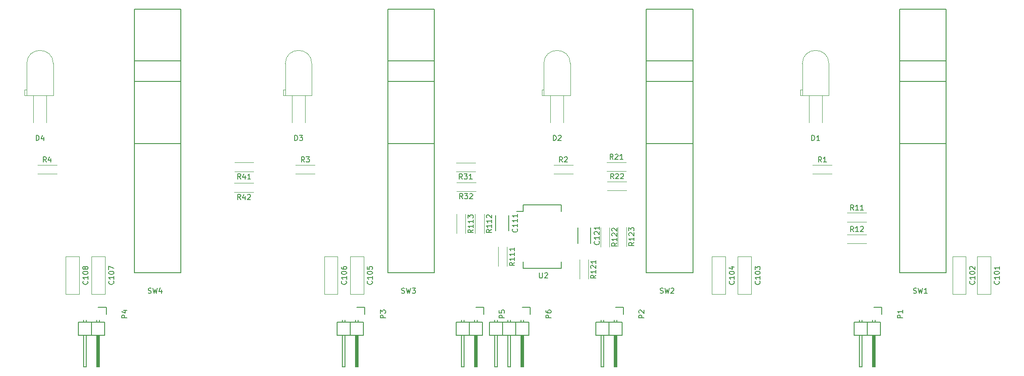
<source format=gbr>
G04 #@! TF.FileFunction,Legend,Top*
%FSLAX46Y46*%
G04 Gerber Fmt 4.6, Leading zero omitted, Abs format (unit mm)*
G04 Created by KiCad (PCBNEW 4.0.7) date Sunday 08 October 2017 21:21:43*
%MOMM*%
%LPD*%
G01*
G04 APERTURE LIST*
%ADD10C,0.100000*%
%ADD11C,0.150000*%
%ADD12C,0.120000*%
G04 APERTURE END LIST*
D10*
D11*
X196550000Y-88700000D02*
X195000000Y-88700000D01*
X196550000Y-90000000D02*
X196550000Y-88700000D01*
X195127000Y-94191000D02*
X195127000Y-100033000D01*
X195127000Y-100033000D02*
X194873000Y-100033000D01*
X194873000Y-100033000D02*
X194873000Y-94191000D01*
X194873000Y-94191000D02*
X195000000Y-94191000D01*
X195000000Y-94191000D02*
X195000000Y-100033000D01*
X195254000Y-91524000D02*
X195254000Y-91143000D01*
X194746000Y-91524000D02*
X194746000Y-91143000D01*
X192714000Y-91524000D02*
X192714000Y-91143000D01*
X192206000Y-91524000D02*
X192206000Y-91143000D01*
X196270000Y-91524000D02*
X196270000Y-94064000D01*
X193730000Y-91524000D02*
X193730000Y-94064000D01*
X193730000Y-91524000D02*
X191190000Y-91524000D01*
X191190000Y-91524000D02*
X191190000Y-94064000D01*
X192714000Y-94064000D02*
X192714000Y-100160000D01*
X192714000Y-100160000D02*
X192206000Y-100160000D01*
X192206000Y-100160000D02*
X192206000Y-94064000D01*
X191190000Y-94064000D02*
X193730000Y-94064000D01*
X193730000Y-94064000D02*
X196270000Y-94064000D01*
X194746000Y-100160000D02*
X194746000Y-94064000D01*
X195254000Y-100160000D02*
X194746000Y-100160000D01*
X195254000Y-94064000D02*
X195254000Y-100160000D01*
X193730000Y-91524000D02*
X193730000Y-94064000D01*
X196270000Y-91524000D02*
X193730000Y-91524000D01*
X146550000Y-88700000D02*
X145000000Y-88700000D01*
X146550000Y-90000000D02*
X146550000Y-88700000D01*
X145127000Y-94191000D02*
X145127000Y-100033000D01*
X145127000Y-100033000D02*
X144873000Y-100033000D01*
X144873000Y-100033000D02*
X144873000Y-94191000D01*
X144873000Y-94191000D02*
X145000000Y-94191000D01*
X145000000Y-94191000D02*
X145000000Y-100033000D01*
X145254000Y-91524000D02*
X145254000Y-91143000D01*
X144746000Y-91524000D02*
X144746000Y-91143000D01*
X142714000Y-91524000D02*
X142714000Y-91143000D01*
X142206000Y-91524000D02*
X142206000Y-91143000D01*
X146270000Y-91524000D02*
X146270000Y-94064000D01*
X143730000Y-91524000D02*
X143730000Y-94064000D01*
X143730000Y-91524000D02*
X141190000Y-91524000D01*
X141190000Y-91524000D02*
X141190000Y-94064000D01*
X142714000Y-94064000D02*
X142714000Y-100160000D01*
X142714000Y-100160000D02*
X142206000Y-100160000D01*
X142206000Y-100160000D02*
X142206000Y-94064000D01*
X141190000Y-94064000D02*
X143730000Y-94064000D01*
X143730000Y-94064000D02*
X146270000Y-94064000D01*
X144746000Y-100160000D02*
X144746000Y-94064000D01*
X145254000Y-100160000D02*
X144746000Y-100160000D01*
X145254000Y-94064000D02*
X145254000Y-100160000D01*
X143730000Y-91524000D02*
X143730000Y-94064000D01*
X146270000Y-91524000D02*
X143730000Y-91524000D01*
X96550000Y-88700000D02*
X95000000Y-88700000D01*
X96550000Y-90000000D02*
X96550000Y-88700000D01*
X95127000Y-94191000D02*
X95127000Y-100033000D01*
X95127000Y-100033000D02*
X94873000Y-100033000D01*
X94873000Y-100033000D02*
X94873000Y-94191000D01*
X94873000Y-94191000D02*
X95000000Y-94191000D01*
X95000000Y-94191000D02*
X95000000Y-100033000D01*
X95254000Y-91524000D02*
X95254000Y-91143000D01*
X94746000Y-91524000D02*
X94746000Y-91143000D01*
X92714000Y-91524000D02*
X92714000Y-91143000D01*
X92206000Y-91524000D02*
X92206000Y-91143000D01*
X96270000Y-91524000D02*
X96270000Y-94064000D01*
X93730000Y-91524000D02*
X93730000Y-94064000D01*
X93730000Y-91524000D02*
X91190000Y-91524000D01*
X91190000Y-91524000D02*
X91190000Y-94064000D01*
X92714000Y-94064000D02*
X92714000Y-100160000D01*
X92714000Y-100160000D02*
X92206000Y-100160000D01*
X92206000Y-100160000D02*
X92206000Y-94064000D01*
X91190000Y-94064000D02*
X93730000Y-94064000D01*
X93730000Y-94064000D02*
X96270000Y-94064000D01*
X94746000Y-100160000D02*
X94746000Y-94064000D01*
X95254000Y-100160000D02*
X94746000Y-100160000D01*
X95254000Y-94064000D02*
X95254000Y-100160000D01*
X93730000Y-91524000D02*
X93730000Y-94064000D01*
X96270000Y-91524000D02*
X93730000Y-91524000D01*
X46550000Y-88700000D02*
X45000000Y-88700000D01*
X46550000Y-90000000D02*
X46550000Y-88700000D01*
X45127000Y-94191000D02*
X45127000Y-100033000D01*
X45127000Y-100033000D02*
X44873000Y-100033000D01*
X44873000Y-100033000D02*
X44873000Y-94191000D01*
X44873000Y-94191000D02*
X45000000Y-94191000D01*
X45000000Y-94191000D02*
X45000000Y-100033000D01*
X45254000Y-91524000D02*
X45254000Y-91143000D01*
X44746000Y-91524000D02*
X44746000Y-91143000D01*
X42714000Y-91524000D02*
X42714000Y-91143000D01*
X42206000Y-91524000D02*
X42206000Y-91143000D01*
X46270000Y-91524000D02*
X46270000Y-94064000D01*
X43730000Y-91524000D02*
X43730000Y-94064000D01*
X43730000Y-91524000D02*
X41190000Y-91524000D01*
X41190000Y-91524000D02*
X41190000Y-94064000D01*
X42714000Y-94064000D02*
X42714000Y-100160000D01*
X42714000Y-100160000D02*
X42206000Y-100160000D01*
X42206000Y-100160000D02*
X42206000Y-94064000D01*
X41190000Y-94064000D02*
X43730000Y-94064000D01*
X43730000Y-94064000D02*
X46270000Y-94064000D01*
X44746000Y-100160000D02*
X44746000Y-94064000D01*
X45254000Y-100160000D02*
X44746000Y-100160000D01*
X45254000Y-94064000D02*
X45254000Y-100160000D01*
X43730000Y-91524000D02*
X43730000Y-94064000D01*
X46270000Y-91524000D02*
X43730000Y-91524000D01*
X119550000Y-88700000D02*
X118000000Y-88700000D01*
X119550000Y-90000000D02*
X119550000Y-88700000D01*
X118127000Y-94191000D02*
X118127000Y-100033000D01*
X118127000Y-100033000D02*
X117873000Y-100033000D01*
X117873000Y-100033000D02*
X117873000Y-94191000D01*
X117873000Y-94191000D02*
X118000000Y-94191000D01*
X118000000Y-94191000D02*
X118000000Y-100033000D01*
X118254000Y-91524000D02*
X118254000Y-91143000D01*
X117746000Y-91524000D02*
X117746000Y-91143000D01*
X115714000Y-91524000D02*
X115714000Y-91143000D01*
X115206000Y-91524000D02*
X115206000Y-91143000D01*
X119270000Y-91524000D02*
X119270000Y-94064000D01*
X116730000Y-91524000D02*
X116730000Y-94064000D01*
X116730000Y-91524000D02*
X114190000Y-91524000D01*
X114190000Y-91524000D02*
X114190000Y-94064000D01*
X115714000Y-94064000D02*
X115714000Y-100160000D01*
X115714000Y-100160000D02*
X115206000Y-100160000D01*
X115206000Y-100160000D02*
X115206000Y-94064000D01*
X114190000Y-94064000D02*
X116730000Y-94064000D01*
X116730000Y-94064000D02*
X119270000Y-94064000D01*
X117746000Y-100160000D02*
X117746000Y-94064000D01*
X118254000Y-100160000D02*
X117746000Y-100160000D01*
X118254000Y-94064000D02*
X118254000Y-100160000D01*
X116730000Y-91524000D02*
X116730000Y-94064000D01*
X119270000Y-91524000D02*
X116730000Y-91524000D01*
X128550000Y-88700000D02*
X127000000Y-88700000D01*
X128550000Y-90000000D02*
X128550000Y-88700000D01*
X127127000Y-94191000D02*
X127127000Y-100033000D01*
X127127000Y-100033000D02*
X126873000Y-100033000D01*
X126873000Y-100033000D02*
X126873000Y-94191000D01*
X126873000Y-94191000D02*
X127000000Y-94191000D01*
X127000000Y-94191000D02*
X127000000Y-100033000D01*
X127254000Y-91524000D02*
X127254000Y-91143000D01*
X126746000Y-91524000D02*
X126746000Y-91143000D01*
X124714000Y-91524000D02*
X124714000Y-91143000D01*
X124206000Y-91524000D02*
X124206000Y-91143000D01*
X122174000Y-91524000D02*
X122174000Y-91143000D01*
X121666000Y-91524000D02*
X121666000Y-91143000D01*
X125730000Y-94064000D02*
X128270000Y-94064000D01*
X126746000Y-100160000D02*
X126746000Y-94064000D01*
X127254000Y-100160000D02*
X126746000Y-100160000D01*
X127254000Y-94064000D02*
X127254000Y-100160000D01*
X125730000Y-91524000D02*
X125730000Y-94064000D01*
X128270000Y-91524000D02*
X125730000Y-91524000D01*
X128270000Y-91524000D02*
X128270000Y-94064000D01*
X123190000Y-91524000D02*
X123190000Y-94064000D01*
X123190000Y-91524000D02*
X120650000Y-91524000D01*
X122174000Y-94064000D02*
X122174000Y-100160000D01*
X122174000Y-100160000D02*
X121666000Y-100160000D01*
X121666000Y-100160000D02*
X121666000Y-94064000D01*
X120650000Y-94064000D02*
X123190000Y-94064000D01*
X123190000Y-94064000D02*
X125730000Y-94064000D01*
X124206000Y-100160000D02*
X124206000Y-94064000D01*
X124714000Y-100160000D02*
X124206000Y-100160000D01*
X124714000Y-94064000D02*
X124714000Y-100160000D01*
X123190000Y-91524000D02*
X123190000Y-94064000D01*
X125730000Y-91524000D02*
X123190000Y-91524000D01*
X125730000Y-91524000D02*
X125730000Y-94064000D01*
X120650000Y-91524000D02*
X120650000Y-94064000D01*
X124375000Y-70900000D02*
X124375000Y-73900000D01*
X121875000Y-73900000D02*
X121875000Y-70900000D01*
X140225000Y-73300000D02*
X140225000Y-76300000D01*
X137725000Y-76300000D02*
X137725000Y-73300000D01*
X127195000Y-68905000D02*
X127195000Y-70175000D01*
X134545000Y-68905000D02*
X134545000Y-70175000D01*
X134545000Y-81115000D02*
X134545000Y-79845000D01*
X127195000Y-81115000D02*
X127195000Y-79845000D01*
X127195000Y-68905000D02*
X134545000Y-68905000D01*
X127195000Y-81115000D02*
X134545000Y-81115000D01*
X127195000Y-70175000D02*
X125910000Y-70175000D01*
D12*
X181170000Y-41550000D02*
G75*
G02X186290000Y-41550000I2560000J0D01*
G01*
X186290000Y-47710000D02*
X186290000Y-41550000D01*
X181170000Y-47710000D02*
X181170000Y-41550000D01*
X186290000Y-47710000D02*
X181170000Y-47710000D01*
X180770000Y-47710000D02*
X180770000Y-46590000D01*
X180770000Y-46590000D02*
X181170000Y-46590000D01*
X181170000Y-46590000D02*
X181170000Y-47710000D01*
X181170000Y-47710000D02*
X180770000Y-47710000D01*
X185000000Y-52920000D02*
X185000000Y-47710000D01*
X185000000Y-47710000D02*
X185000000Y-47710000D01*
X185000000Y-47710000D02*
X185000000Y-52920000D01*
X185000000Y-52920000D02*
X185000000Y-52920000D01*
X182460000Y-52920000D02*
X182460000Y-47710000D01*
X182460000Y-47710000D02*
X182460000Y-47710000D01*
X182460000Y-47710000D02*
X182460000Y-52920000D01*
X182460000Y-52920000D02*
X182460000Y-52920000D01*
X131170000Y-41550000D02*
G75*
G02X136290000Y-41550000I2560000J0D01*
G01*
X136290000Y-47710000D02*
X136290000Y-41550000D01*
X131170000Y-47710000D02*
X131170000Y-41550000D01*
X136290000Y-47710000D02*
X131170000Y-47710000D01*
X130770000Y-47710000D02*
X130770000Y-46590000D01*
X130770000Y-46590000D02*
X131170000Y-46590000D01*
X131170000Y-46590000D02*
X131170000Y-47710000D01*
X131170000Y-47710000D02*
X130770000Y-47710000D01*
X135000000Y-52920000D02*
X135000000Y-47710000D01*
X135000000Y-47710000D02*
X135000000Y-47710000D01*
X135000000Y-47710000D02*
X135000000Y-52920000D01*
X135000000Y-52920000D02*
X135000000Y-52920000D01*
X132460000Y-52920000D02*
X132460000Y-47710000D01*
X132460000Y-47710000D02*
X132460000Y-47710000D01*
X132460000Y-47710000D02*
X132460000Y-52920000D01*
X132460000Y-52920000D02*
X132460000Y-52920000D01*
X81170000Y-41550000D02*
G75*
G02X86290000Y-41550000I2560000J0D01*
G01*
X86290000Y-47710000D02*
X86290000Y-41550000D01*
X81170000Y-47710000D02*
X81170000Y-41550000D01*
X86290000Y-47710000D02*
X81170000Y-47710000D01*
X80770000Y-47710000D02*
X80770000Y-46590000D01*
X80770000Y-46590000D02*
X81170000Y-46590000D01*
X81170000Y-46590000D02*
X81170000Y-47710000D01*
X81170000Y-47710000D02*
X80770000Y-47710000D01*
X85000000Y-52920000D02*
X85000000Y-47710000D01*
X85000000Y-47710000D02*
X85000000Y-47710000D01*
X85000000Y-47710000D02*
X85000000Y-52920000D01*
X85000000Y-52920000D02*
X85000000Y-52920000D01*
X82460000Y-52920000D02*
X82460000Y-47710000D01*
X82460000Y-47710000D02*
X82460000Y-47710000D01*
X82460000Y-47710000D02*
X82460000Y-52920000D01*
X82460000Y-52920000D02*
X82460000Y-52920000D01*
X31170000Y-41550000D02*
G75*
G02X36290000Y-41550000I2560000J0D01*
G01*
X36290000Y-47710000D02*
X36290000Y-41550000D01*
X31170000Y-47710000D02*
X31170000Y-41550000D01*
X36290000Y-47710000D02*
X31170000Y-47710000D01*
X30770000Y-47710000D02*
X30770000Y-46590000D01*
X30770000Y-46590000D02*
X31170000Y-46590000D01*
X31170000Y-46590000D02*
X31170000Y-47710000D01*
X31170000Y-47710000D02*
X30770000Y-47710000D01*
X35000000Y-52920000D02*
X35000000Y-47710000D01*
X35000000Y-47710000D02*
X35000000Y-47710000D01*
X35000000Y-47710000D02*
X35000000Y-52920000D01*
X35000000Y-52920000D02*
X35000000Y-52920000D01*
X32460000Y-52920000D02*
X32460000Y-47710000D01*
X32460000Y-47710000D02*
X32460000Y-47710000D01*
X32460000Y-47710000D02*
X32460000Y-52920000D01*
X32460000Y-52920000D02*
X32460000Y-52920000D01*
X217560000Y-78840000D02*
X217560000Y-86160000D01*
X214940000Y-78840000D02*
X214940000Y-86160000D01*
X217560000Y-78840000D02*
X214940000Y-78840000D01*
X217560000Y-86160000D02*
X214940000Y-86160000D01*
X212810000Y-78840000D02*
X212810000Y-86160000D01*
X210190000Y-78840000D02*
X210190000Y-86160000D01*
X212810000Y-78840000D02*
X210190000Y-78840000D01*
X212810000Y-86160000D02*
X210190000Y-86160000D01*
X171310000Y-78840000D02*
X171310000Y-86160000D01*
X168690000Y-78840000D02*
X168690000Y-86160000D01*
X171310000Y-78840000D02*
X168690000Y-78840000D01*
X171310000Y-86160000D02*
X168690000Y-86160000D01*
X166310000Y-78840000D02*
X166310000Y-86160000D01*
X163690000Y-78840000D02*
X163690000Y-86160000D01*
X166310000Y-78840000D02*
X163690000Y-78840000D01*
X166310000Y-86160000D02*
X163690000Y-86160000D01*
X96310000Y-78840000D02*
X96310000Y-86160000D01*
X93690000Y-78840000D02*
X93690000Y-86160000D01*
X96310000Y-78840000D02*
X93690000Y-78840000D01*
X96310000Y-86160000D02*
X93690000Y-86160000D01*
X91310000Y-78840000D02*
X91310000Y-86160000D01*
X88690000Y-78840000D02*
X88690000Y-86160000D01*
X91310000Y-78840000D02*
X88690000Y-78840000D01*
X91310000Y-86160000D02*
X88690000Y-86160000D01*
X46310000Y-78840000D02*
X46310000Y-86160000D01*
X43690000Y-78840000D02*
X43690000Y-86160000D01*
X46310000Y-78840000D02*
X43690000Y-78840000D01*
X46310000Y-86160000D02*
X43690000Y-86160000D01*
X41310000Y-78840000D02*
X41310000Y-86160000D01*
X38690000Y-78840000D02*
X38690000Y-86160000D01*
X41310000Y-78840000D02*
X38690000Y-78840000D01*
X41310000Y-86160000D02*
X38690000Y-86160000D01*
X183175000Y-61140000D02*
X186895000Y-61140000D01*
X183175000Y-62860000D02*
X186895000Y-62860000D01*
X133075000Y-61140000D02*
X136795000Y-61140000D01*
X133075000Y-62860000D02*
X136795000Y-62860000D01*
X83180000Y-61140000D02*
X86900000Y-61140000D01*
X83180000Y-62860000D02*
X86900000Y-62860000D01*
X33245000Y-61140000D02*
X36965000Y-61140000D01*
X33245000Y-62860000D02*
X36965000Y-62860000D01*
X189850000Y-70415000D02*
X193570000Y-70415000D01*
X189850000Y-72135000D02*
X193570000Y-72135000D01*
X189850000Y-74590000D02*
X193570000Y-74590000D01*
X189850000Y-76310000D02*
X193570000Y-76310000D01*
X143350000Y-60615000D02*
X147070000Y-60615000D01*
X143350000Y-62335000D02*
X147070000Y-62335000D01*
X143455000Y-64365000D02*
X147175000Y-64365000D01*
X143455000Y-66085000D02*
X147175000Y-66085000D01*
X117925000Y-62435000D02*
X114205000Y-62435000D01*
X117925000Y-60715000D02*
X114205000Y-60715000D01*
X118000000Y-66235000D02*
X114280000Y-66235000D01*
X118000000Y-64515000D02*
X114280000Y-64515000D01*
X75055000Y-62410000D02*
X71335000Y-62410000D01*
X75055000Y-60690000D02*
X71335000Y-60690000D01*
X75030000Y-66385000D02*
X71310000Y-66385000D01*
X75030000Y-64665000D02*
X71310000Y-64665000D01*
X124060000Y-77030000D02*
X124060000Y-80750000D01*
X122340000Y-77030000D02*
X122340000Y-80750000D01*
X119610000Y-70650000D02*
X119610000Y-74370000D01*
X117890000Y-70650000D02*
X117890000Y-74370000D01*
X116035000Y-70680000D02*
X116035000Y-74400000D01*
X114315000Y-70680000D02*
X114315000Y-74400000D01*
X139785000Y-79480000D02*
X139785000Y-83200000D01*
X138065000Y-79480000D02*
X138065000Y-83200000D01*
X143860000Y-73230000D02*
X143860000Y-76950000D01*
X142140000Y-73230000D02*
X142140000Y-76950000D01*
X147160000Y-73155000D02*
X147160000Y-76875000D01*
X145440000Y-73155000D02*
X145440000Y-76875000D01*
D11*
X200000000Y-41000000D02*
X209000000Y-41000000D01*
X209000000Y-45000000D02*
X200000000Y-45000000D01*
X200000000Y-33000000D02*
X200000000Y-31000000D01*
X200000000Y-31000000D02*
X209000000Y-31000000D01*
X209000000Y-31000000D02*
X209000000Y-34000000D01*
X209000000Y-33000000D02*
X209000000Y-35000000D01*
X200000000Y-33000000D02*
X200000000Y-52000000D01*
X209000000Y-33000000D02*
X209000000Y-52000000D01*
X209000000Y-52000000D02*
X209000000Y-33000000D01*
X200000000Y-51000000D02*
X200000000Y-60000000D01*
X209000000Y-82000000D02*
X209000000Y-51000000D01*
X200000000Y-57000000D02*
X209000000Y-57000000D01*
X209000000Y-82000000D02*
X200000000Y-82000000D01*
X200000000Y-82000000D02*
X200000000Y-58000000D01*
X151000000Y-41000000D02*
X160000000Y-41000000D01*
X160000000Y-45000000D02*
X151000000Y-45000000D01*
X151000000Y-33000000D02*
X151000000Y-31000000D01*
X151000000Y-31000000D02*
X160000000Y-31000000D01*
X160000000Y-31000000D02*
X160000000Y-34000000D01*
X160000000Y-33000000D02*
X160000000Y-35000000D01*
X151000000Y-33000000D02*
X151000000Y-52000000D01*
X160000000Y-33000000D02*
X160000000Y-52000000D01*
X160000000Y-52000000D02*
X160000000Y-33000000D01*
X151000000Y-51000000D02*
X151000000Y-60000000D01*
X160000000Y-82000000D02*
X160000000Y-51000000D01*
X151000000Y-57000000D02*
X160000000Y-57000000D01*
X160000000Y-82000000D02*
X151000000Y-82000000D01*
X151000000Y-82000000D02*
X151000000Y-58000000D01*
X101000000Y-41000000D02*
X110000000Y-41000000D01*
X110000000Y-45000000D02*
X101000000Y-45000000D01*
X101000000Y-33000000D02*
X101000000Y-31000000D01*
X101000000Y-31000000D02*
X110000000Y-31000000D01*
X110000000Y-31000000D02*
X110000000Y-34000000D01*
X110000000Y-33000000D02*
X110000000Y-35000000D01*
X101000000Y-33000000D02*
X101000000Y-52000000D01*
X110000000Y-33000000D02*
X110000000Y-52000000D01*
X110000000Y-52000000D02*
X110000000Y-33000000D01*
X101000000Y-51000000D02*
X101000000Y-60000000D01*
X110000000Y-82000000D02*
X110000000Y-51000000D01*
X101000000Y-57000000D02*
X110000000Y-57000000D01*
X110000000Y-82000000D02*
X101000000Y-82000000D01*
X101000000Y-82000000D02*
X101000000Y-58000000D01*
X52000000Y-41000000D02*
X61000000Y-41000000D01*
X61000000Y-45000000D02*
X52000000Y-45000000D01*
X52000000Y-33000000D02*
X52000000Y-31000000D01*
X52000000Y-31000000D02*
X61000000Y-31000000D01*
X61000000Y-31000000D02*
X61000000Y-34000000D01*
X61000000Y-33000000D02*
X61000000Y-35000000D01*
X52000000Y-33000000D02*
X52000000Y-52000000D01*
X61000000Y-33000000D02*
X61000000Y-52000000D01*
X61000000Y-52000000D02*
X61000000Y-33000000D01*
X52000000Y-51000000D02*
X52000000Y-60000000D01*
X61000000Y-82000000D02*
X61000000Y-51000000D01*
X52000000Y-57000000D02*
X61000000Y-57000000D01*
X61000000Y-82000000D02*
X52000000Y-82000000D01*
X52000000Y-82000000D02*
X52000000Y-58000000D01*
X200552381Y-90738095D02*
X199552381Y-90738095D01*
X199552381Y-90357142D01*
X199600000Y-90261904D01*
X199647619Y-90214285D01*
X199742857Y-90166666D01*
X199885714Y-90166666D01*
X199980952Y-90214285D01*
X200028571Y-90261904D01*
X200076190Y-90357142D01*
X200076190Y-90738095D01*
X200552381Y-89214285D02*
X200552381Y-89785714D01*
X200552381Y-89500000D02*
X199552381Y-89500000D01*
X199695238Y-89595238D01*
X199790476Y-89690476D01*
X199838095Y-89785714D01*
X150552381Y-90738095D02*
X149552381Y-90738095D01*
X149552381Y-90357142D01*
X149600000Y-90261904D01*
X149647619Y-90214285D01*
X149742857Y-90166666D01*
X149885714Y-90166666D01*
X149980952Y-90214285D01*
X150028571Y-90261904D01*
X150076190Y-90357142D01*
X150076190Y-90738095D01*
X149647619Y-89785714D02*
X149600000Y-89738095D01*
X149552381Y-89642857D01*
X149552381Y-89404761D01*
X149600000Y-89309523D01*
X149647619Y-89261904D01*
X149742857Y-89214285D01*
X149838095Y-89214285D01*
X149980952Y-89261904D01*
X150552381Y-89833333D01*
X150552381Y-89214285D01*
X100552381Y-90738095D02*
X99552381Y-90738095D01*
X99552381Y-90357142D01*
X99600000Y-90261904D01*
X99647619Y-90214285D01*
X99742857Y-90166666D01*
X99885714Y-90166666D01*
X99980952Y-90214285D01*
X100028571Y-90261904D01*
X100076190Y-90357142D01*
X100076190Y-90738095D01*
X99552381Y-89833333D02*
X99552381Y-89214285D01*
X99933333Y-89547619D01*
X99933333Y-89404761D01*
X99980952Y-89309523D01*
X100028571Y-89261904D01*
X100123810Y-89214285D01*
X100361905Y-89214285D01*
X100457143Y-89261904D01*
X100504762Y-89309523D01*
X100552381Y-89404761D01*
X100552381Y-89690476D01*
X100504762Y-89785714D01*
X100457143Y-89833333D01*
X50552381Y-90738095D02*
X49552381Y-90738095D01*
X49552381Y-90357142D01*
X49600000Y-90261904D01*
X49647619Y-90214285D01*
X49742857Y-90166666D01*
X49885714Y-90166666D01*
X49980952Y-90214285D01*
X50028571Y-90261904D01*
X50076190Y-90357142D01*
X50076190Y-90738095D01*
X49885714Y-89309523D02*
X50552381Y-89309523D01*
X49504762Y-89547619D02*
X50219048Y-89785714D01*
X50219048Y-89166666D01*
X123552381Y-90738095D02*
X122552381Y-90738095D01*
X122552381Y-90357142D01*
X122600000Y-90261904D01*
X122647619Y-90214285D01*
X122742857Y-90166666D01*
X122885714Y-90166666D01*
X122980952Y-90214285D01*
X123028571Y-90261904D01*
X123076190Y-90357142D01*
X123076190Y-90738095D01*
X122552381Y-89261904D02*
X122552381Y-89738095D01*
X123028571Y-89785714D01*
X122980952Y-89738095D01*
X122933333Y-89642857D01*
X122933333Y-89404761D01*
X122980952Y-89309523D01*
X123028571Y-89261904D01*
X123123810Y-89214285D01*
X123361905Y-89214285D01*
X123457143Y-89261904D01*
X123504762Y-89309523D01*
X123552381Y-89404761D01*
X123552381Y-89642857D01*
X123504762Y-89738095D01*
X123457143Y-89785714D01*
X132552381Y-90738095D02*
X131552381Y-90738095D01*
X131552381Y-90357142D01*
X131600000Y-90261904D01*
X131647619Y-90214285D01*
X131742857Y-90166666D01*
X131885714Y-90166666D01*
X131980952Y-90214285D01*
X132028571Y-90261904D01*
X132076190Y-90357142D01*
X132076190Y-90738095D01*
X131552381Y-89309523D02*
X131552381Y-89500000D01*
X131600000Y-89595238D01*
X131647619Y-89642857D01*
X131790476Y-89738095D01*
X131980952Y-89785714D01*
X132361905Y-89785714D01*
X132457143Y-89738095D01*
X132504762Y-89690476D01*
X132552381Y-89595238D01*
X132552381Y-89404761D01*
X132504762Y-89309523D01*
X132457143Y-89261904D01*
X132361905Y-89214285D01*
X132123810Y-89214285D01*
X132028571Y-89261904D01*
X131980952Y-89309523D01*
X131933333Y-89404761D01*
X131933333Y-89595238D01*
X131980952Y-89690476D01*
X132028571Y-89738095D01*
X132123810Y-89785714D01*
X125982143Y-73519047D02*
X126029762Y-73566666D01*
X126077381Y-73709523D01*
X126077381Y-73804761D01*
X126029762Y-73947619D01*
X125934524Y-74042857D01*
X125839286Y-74090476D01*
X125648810Y-74138095D01*
X125505952Y-74138095D01*
X125315476Y-74090476D01*
X125220238Y-74042857D01*
X125125000Y-73947619D01*
X125077381Y-73804761D01*
X125077381Y-73709523D01*
X125125000Y-73566666D01*
X125172619Y-73519047D01*
X126077381Y-72566666D02*
X126077381Y-73138095D01*
X126077381Y-72852381D02*
X125077381Y-72852381D01*
X125220238Y-72947619D01*
X125315476Y-73042857D01*
X125363095Y-73138095D01*
X126077381Y-71614285D02*
X126077381Y-72185714D01*
X126077381Y-71900000D02*
X125077381Y-71900000D01*
X125220238Y-71995238D01*
X125315476Y-72090476D01*
X125363095Y-72185714D01*
X126077381Y-70661904D02*
X126077381Y-71233333D01*
X126077381Y-70947619D02*
X125077381Y-70947619D01*
X125220238Y-71042857D01*
X125315476Y-71138095D01*
X125363095Y-71233333D01*
X141832143Y-75919047D02*
X141879762Y-75966666D01*
X141927381Y-76109523D01*
X141927381Y-76204761D01*
X141879762Y-76347619D01*
X141784524Y-76442857D01*
X141689286Y-76490476D01*
X141498810Y-76538095D01*
X141355952Y-76538095D01*
X141165476Y-76490476D01*
X141070238Y-76442857D01*
X140975000Y-76347619D01*
X140927381Y-76204761D01*
X140927381Y-76109523D01*
X140975000Y-75966666D01*
X141022619Y-75919047D01*
X141927381Y-74966666D02*
X141927381Y-75538095D01*
X141927381Y-75252381D02*
X140927381Y-75252381D01*
X141070238Y-75347619D01*
X141165476Y-75442857D01*
X141213095Y-75538095D01*
X141022619Y-74585714D02*
X140975000Y-74538095D01*
X140927381Y-74442857D01*
X140927381Y-74204761D01*
X140975000Y-74109523D01*
X141022619Y-74061904D01*
X141117857Y-74014285D01*
X141213095Y-74014285D01*
X141355952Y-74061904D01*
X141927381Y-74633333D01*
X141927381Y-74014285D01*
X141927381Y-73061904D02*
X141927381Y-73633333D01*
X141927381Y-73347619D02*
X140927381Y-73347619D01*
X141070238Y-73442857D01*
X141165476Y-73538095D01*
X141213095Y-73633333D01*
X130328095Y-82012381D02*
X130328095Y-82821905D01*
X130375714Y-82917143D01*
X130423333Y-82964762D01*
X130518571Y-83012381D01*
X130709048Y-83012381D01*
X130804286Y-82964762D01*
X130851905Y-82917143D01*
X130899524Y-82821905D01*
X130899524Y-82012381D01*
X131328095Y-82107619D02*
X131375714Y-82060000D01*
X131470952Y-82012381D01*
X131709048Y-82012381D01*
X131804286Y-82060000D01*
X131851905Y-82107619D01*
X131899524Y-82202857D01*
X131899524Y-82298095D01*
X131851905Y-82440952D01*
X131280476Y-83012381D01*
X131899524Y-83012381D01*
X182991905Y-56412381D02*
X182991905Y-55412381D01*
X183230000Y-55412381D01*
X183372858Y-55460000D01*
X183468096Y-55555238D01*
X183515715Y-55650476D01*
X183563334Y-55840952D01*
X183563334Y-55983810D01*
X183515715Y-56174286D01*
X183468096Y-56269524D01*
X183372858Y-56364762D01*
X183230000Y-56412381D01*
X182991905Y-56412381D01*
X184515715Y-56412381D02*
X183944286Y-56412381D01*
X184230000Y-56412381D02*
X184230000Y-55412381D01*
X184134762Y-55555238D01*
X184039524Y-55650476D01*
X183944286Y-55698095D01*
X132991905Y-56412381D02*
X132991905Y-55412381D01*
X133230000Y-55412381D01*
X133372858Y-55460000D01*
X133468096Y-55555238D01*
X133515715Y-55650476D01*
X133563334Y-55840952D01*
X133563334Y-55983810D01*
X133515715Y-56174286D01*
X133468096Y-56269524D01*
X133372858Y-56364762D01*
X133230000Y-56412381D01*
X132991905Y-56412381D01*
X133944286Y-55507619D02*
X133991905Y-55460000D01*
X134087143Y-55412381D01*
X134325239Y-55412381D01*
X134420477Y-55460000D01*
X134468096Y-55507619D01*
X134515715Y-55602857D01*
X134515715Y-55698095D01*
X134468096Y-55840952D01*
X133896667Y-56412381D01*
X134515715Y-56412381D01*
X82991905Y-56412381D02*
X82991905Y-55412381D01*
X83230000Y-55412381D01*
X83372858Y-55460000D01*
X83468096Y-55555238D01*
X83515715Y-55650476D01*
X83563334Y-55840952D01*
X83563334Y-55983810D01*
X83515715Y-56174286D01*
X83468096Y-56269524D01*
X83372858Y-56364762D01*
X83230000Y-56412381D01*
X82991905Y-56412381D01*
X83896667Y-55412381D02*
X84515715Y-55412381D01*
X84182381Y-55793333D01*
X84325239Y-55793333D01*
X84420477Y-55840952D01*
X84468096Y-55888571D01*
X84515715Y-55983810D01*
X84515715Y-56221905D01*
X84468096Y-56317143D01*
X84420477Y-56364762D01*
X84325239Y-56412381D01*
X84039524Y-56412381D01*
X83944286Y-56364762D01*
X83896667Y-56317143D01*
X32991905Y-56412381D02*
X32991905Y-55412381D01*
X33230000Y-55412381D01*
X33372858Y-55460000D01*
X33468096Y-55555238D01*
X33515715Y-55650476D01*
X33563334Y-55840952D01*
X33563334Y-55983810D01*
X33515715Y-56174286D01*
X33468096Y-56269524D01*
X33372858Y-56364762D01*
X33230000Y-56412381D01*
X32991905Y-56412381D01*
X34420477Y-55745714D02*
X34420477Y-56412381D01*
X34182381Y-55364762D02*
X33944286Y-56079048D01*
X34563334Y-56079048D01*
X219167143Y-83619047D02*
X219214762Y-83666666D01*
X219262381Y-83809523D01*
X219262381Y-83904761D01*
X219214762Y-84047619D01*
X219119524Y-84142857D01*
X219024286Y-84190476D01*
X218833810Y-84238095D01*
X218690952Y-84238095D01*
X218500476Y-84190476D01*
X218405238Y-84142857D01*
X218310000Y-84047619D01*
X218262381Y-83904761D01*
X218262381Y-83809523D01*
X218310000Y-83666666D01*
X218357619Y-83619047D01*
X219262381Y-82666666D02*
X219262381Y-83238095D01*
X219262381Y-82952381D02*
X218262381Y-82952381D01*
X218405238Y-83047619D01*
X218500476Y-83142857D01*
X218548095Y-83238095D01*
X218262381Y-82047619D02*
X218262381Y-81952380D01*
X218310000Y-81857142D01*
X218357619Y-81809523D01*
X218452857Y-81761904D01*
X218643333Y-81714285D01*
X218881429Y-81714285D01*
X219071905Y-81761904D01*
X219167143Y-81809523D01*
X219214762Y-81857142D01*
X219262381Y-81952380D01*
X219262381Y-82047619D01*
X219214762Y-82142857D01*
X219167143Y-82190476D01*
X219071905Y-82238095D01*
X218881429Y-82285714D01*
X218643333Y-82285714D01*
X218452857Y-82238095D01*
X218357619Y-82190476D01*
X218310000Y-82142857D01*
X218262381Y-82047619D01*
X219262381Y-80761904D02*
X219262381Y-81333333D01*
X219262381Y-81047619D02*
X218262381Y-81047619D01*
X218405238Y-81142857D01*
X218500476Y-81238095D01*
X218548095Y-81333333D01*
X214417143Y-83619047D02*
X214464762Y-83666666D01*
X214512381Y-83809523D01*
X214512381Y-83904761D01*
X214464762Y-84047619D01*
X214369524Y-84142857D01*
X214274286Y-84190476D01*
X214083810Y-84238095D01*
X213940952Y-84238095D01*
X213750476Y-84190476D01*
X213655238Y-84142857D01*
X213560000Y-84047619D01*
X213512381Y-83904761D01*
X213512381Y-83809523D01*
X213560000Y-83666666D01*
X213607619Y-83619047D01*
X214512381Y-82666666D02*
X214512381Y-83238095D01*
X214512381Y-82952381D02*
X213512381Y-82952381D01*
X213655238Y-83047619D01*
X213750476Y-83142857D01*
X213798095Y-83238095D01*
X213512381Y-82047619D02*
X213512381Y-81952380D01*
X213560000Y-81857142D01*
X213607619Y-81809523D01*
X213702857Y-81761904D01*
X213893333Y-81714285D01*
X214131429Y-81714285D01*
X214321905Y-81761904D01*
X214417143Y-81809523D01*
X214464762Y-81857142D01*
X214512381Y-81952380D01*
X214512381Y-82047619D01*
X214464762Y-82142857D01*
X214417143Y-82190476D01*
X214321905Y-82238095D01*
X214131429Y-82285714D01*
X213893333Y-82285714D01*
X213702857Y-82238095D01*
X213607619Y-82190476D01*
X213560000Y-82142857D01*
X213512381Y-82047619D01*
X213607619Y-81333333D02*
X213560000Y-81285714D01*
X213512381Y-81190476D01*
X213512381Y-80952380D01*
X213560000Y-80857142D01*
X213607619Y-80809523D01*
X213702857Y-80761904D01*
X213798095Y-80761904D01*
X213940952Y-80809523D01*
X214512381Y-81380952D01*
X214512381Y-80761904D01*
X172917143Y-83619047D02*
X172964762Y-83666666D01*
X173012381Y-83809523D01*
X173012381Y-83904761D01*
X172964762Y-84047619D01*
X172869524Y-84142857D01*
X172774286Y-84190476D01*
X172583810Y-84238095D01*
X172440952Y-84238095D01*
X172250476Y-84190476D01*
X172155238Y-84142857D01*
X172060000Y-84047619D01*
X172012381Y-83904761D01*
X172012381Y-83809523D01*
X172060000Y-83666666D01*
X172107619Y-83619047D01*
X173012381Y-82666666D02*
X173012381Y-83238095D01*
X173012381Y-82952381D02*
X172012381Y-82952381D01*
X172155238Y-83047619D01*
X172250476Y-83142857D01*
X172298095Y-83238095D01*
X172012381Y-82047619D02*
X172012381Y-81952380D01*
X172060000Y-81857142D01*
X172107619Y-81809523D01*
X172202857Y-81761904D01*
X172393333Y-81714285D01*
X172631429Y-81714285D01*
X172821905Y-81761904D01*
X172917143Y-81809523D01*
X172964762Y-81857142D01*
X173012381Y-81952380D01*
X173012381Y-82047619D01*
X172964762Y-82142857D01*
X172917143Y-82190476D01*
X172821905Y-82238095D01*
X172631429Y-82285714D01*
X172393333Y-82285714D01*
X172202857Y-82238095D01*
X172107619Y-82190476D01*
X172060000Y-82142857D01*
X172012381Y-82047619D01*
X172012381Y-81380952D02*
X172012381Y-80761904D01*
X172393333Y-81095238D01*
X172393333Y-80952380D01*
X172440952Y-80857142D01*
X172488571Y-80809523D01*
X172583810Y-80761904D01*
X172821905Y-80761904D01*
X172917143Y-80809523D01*
X172964762Y-80857142D01*
X173012381Y-80952380D01*
X173012381Y-81238095D01*
X172964762Y-81333333D01*
X172917143Y-81380952D01*
X167917143Y-83619047D02*
X167964762Y-83666666D01*
X168012381Y-83809523D01*
X168012381Y-83904761D01*
X167964762Y-84047619D01*
X167869524Y-84142857D01*
X167774286Y-84190476D01*
X167583810Y-84238095D01*
X167440952Y-84238095D01*
X167250476Y-84190476D01*
X167155238Y-84142857D01*
X167060000Y-84047619D01*
X167012381Y-83904761D01*
X167012381Y-83809523D01*
X167060000Y-83666666D01*
X167107619Y-83619047D01*
X168012381Y-82666666D02*
X168012381Y-83238095D01*
X168012381Y-82952381D02*
X167012381Y-82952381D01*
X167155238Y-83047619D01*
X167250476Y-83142857D01*
X167298095Y-83238095D01*
X167012381Y-82047619D02*
X167012381Y-81952380D01*
X167060000Y-81857142D01*
X167107619Y-81809523D01*
X167202857Y-81761904D01*
X167393333Y-81714285D01*
X167631429Y-81714285D01*
X167821905Y-81761904D01*
X167917143Y-81809523D01*
X167964762Y-81857142D01*
X168012381Y-81952380D01*
X168012381Y-82047619D01*
X167964762Y-82142857D01*
X167917143Y-82190476D01*
X167821905Y-82238095D01*
X167631429Y-82285714D01*
X167393333Y-82285714D01*
X167202857Y-82238095D01*
X167107619Y-82190476D01*
X167060000Y-82142857D01*
X167012381Y-82047619D01*
X167345714Y-80857142D02*
X168012381Y-80857142D01*
X166964762Y-81095238D02*
X167679048Y-81333333D01*
X167679048Y-80714285D01*
X97917143Y-83619047D02*
X97964762Y-83666666D01*
X98012381Y-83809523D01*
X98012381Y-83904761D01*
X97964762Y-84047619D01*
X97869524Y-84142857D01*
X97774286Y-84190476D01*
X97583810Y-84238095D01*
X97440952Y-84238095D01*
X97250476Y-84190476D01*
X97155238Y-84142857D01*
X97060000Y-84047619D01*
X97012381Y-83904761D01*
X97012381Y-83809523D01*
X97060000Y-83666666D01*
X97107619Y-83619047D01*
X98012381Y-82666666D02*
X98012381Y-83238095D01*
X98012381Y-82952381D02*
X97012381Y-82952381D01*
X97155238Y-83047619D01*
X97250476Y-83142857D01*
X97298095Y-83238095D01*
X97012381Y-82047619D02*
X97012381Y-81952380D01*
X97060000Y-81857142D01*
X97107619Y-81809523D01*
X97202857Y-81761904D01*
X97393333Y-81714285D01*
X97631429Y-81714285D01*
X97821905Y-81761904D01*
X97917143Y-81809523D01*
X97964762Y-81857142D01*
X98012381Y-81952380D01*
X98012381Y-82047619D01*
X97964762Y-82142857D01*
X97917143Y-82190476D01*
X97821905Y-82238095D01*
X97631429Y-82285714D01*
X97393333Y-82285714D01*
X97202857Y-82238095D01*
X97107619Y-82190476D01*
X97060000Y-82142857D01*
X97012381Y-82047619D01*
X97012381Y-80809523D02*
X97012381Y-81285714D01*
X97488571Y-81333333D01*
X97440952Y-81285714D01*
X97393333Y-81190476D01*
X97393333Y-80952380D01*
X97440952Y-80857142D01*
X97488571Y-80809523D01*
X97583810Y-80761904D01*
X97821905Y-80761904D01*
X97917143Y-80809523D01*
X97964762Y-80857142D01*
X98012381Y-80952380D01*
X98012381Y-81190476D01*
X97964762Y-81285714D01*
X97917143Y-81333333D01*
X92917143Y-83619047D02*
X92964762Y-83666666D01*
X93012381Y-83809523D01*
X93012381Y-83904761D01*
X92964762Y-84047619D01*
X92869524Y-84142857D01*
X92774286Y-84190476D01*
X92583810Y-84238095D01*
X92440952Y-84238095D01*
X92250476Y-84190476D01*
X92155238Y-84142857D01*
X92060000Y-84047619D01*
X92012381Y-83904761D01*
X92012381Y-83809523D01*
X92060000Y-83666666D01*
X92107619Y-83619047D01*
X93012381Y-82666666D02*
X93012381Y-83238095D01*
X93012381Y-82952381D02*
X92012381Y-82952381D01*
X92155238Y-83047619D01*
X92250476Y-83142857D01*
X92298095Y-83238095D01*
X92012381Y-82047619D02*
X92012381Y-81952380D01*
X92060000Y-81857142D01*
X92107619Y-81809523D01*
X92202857Y-81761904D01*
X92393333Y-81714285D01*
X92631429Y-81714285D01*
X92821905Y-81761904D01*
X92917143Y-81809523D01*
X92964762Y-81857142D01*
X93012381Y-81952380D01*
X93012381Y-82047619D01*
X92964762Y-82142857D01*
X92917143Y-82190476D01*
X92821905Y-82238095D01*
X92631429Y-82285714D01*
X92393333Y-82285714D01*
X92202857Y-82238095D01*
X92107619Y-82190476D01*
X92060000Y-82142857D01*
X92012381Y-82047619D01*
X92012381Y-80857142D02*
X92012381Y-81047619D01*
X92060000Y-81142857D01*
X92107619Y-81190476D01*
X92250476Y-81285714D01*
X92440952Y-81333333D01*
X92821905Y-81333333D01*
X92917143Y-81285714D01*
X92964762Y-81238095D01*
X93012381Y-81142857D01*
X93012381Y-80952380D01*
X92964762Y-80857142D01*
X92917143Y-80809523D01*
X92821905Y-80761904D01*
X92583810Y-80761904D01*
X92488571Y-80809523D01*
X92440952Y-80857142D01*
X92393333Y-80952380D01*
X92393333Y-81142857D01*
X92440952Y-81238095D01*
X92488571Y-81285714D01*
X92583810Y-81333333D01*
X47917143Y-83619047D02*
X47964762Y-83666666D01*
X48012381Y-83809523D01*
X48012381Y-83904761D01*
X47964762Y-84047619D01*
X47869524Y-84142857D01*
X47774286Y-84190476D01*
X47583810Y-84238095D01*
X47440952Y-84238095D01*
X47250476Y-84190476D01*
X47155238Y-84142857D01*
X47060000Y-84047619D01*
X47012381Y-83904761D01*
X47012381Y-83809523D01*
X47060000Y-83666666D01*
X47107619Y-83619047D01*
X48012381Y-82666666D02*
X48012381Y-83238095D01*
X48012381Y-82952381D02*
X47012381Y-82952381D01*
X47155238Y-83047619D01*
X47250476Y-83142857D01*
X47298095Y-83238095D01*
X47012381Y-82047619D02*
X47012381Y-81952380D01*
X47060000Y-81857142D01*
X47107619Y-81809523D01*
X47202857Y-81761904D01*
X47393333Y-81714285D01*
X47631429Y-81714285D01*
X47821905Y-81761904D01*
X47917143Y-81809523D01*
X47964762Y-81857142D01*
X48012381Y-81952380D01*
X48012381Y-82047619D01*
X47964762Y-82142857D01*
X47917143Y-82190476D01*
X47821905Y-82238095D01*
X47631429Y-82285714D01*
X47393333Y-82285714D01*
X47202857Y-82238095D01*
X47107619Y-82190476D01*
X47060000Y-82142857D01*
X47012381Y-82047619D01*
X47012381Y-81380952D02*
X47012381Y-80714285D01*
X48012381Y-81142857D01*
X42917143Y-83619047D02*
X42964762Y-83666666D01*
X43012381Y-83809523D01*
X43012381Y-83904761D01*
X42964762Y-84047619D01*
X42869524Y-84142857D01*
X42774286Y-84190476D01*
X42583810Y-84238095D01*
X42440952Y-84238095D01*
X42250476Y-84190476D01*
X42155238Y-84142857D01*
X42060000Y-84047619D01*
X42012381Y-83904761D01*
X42012381Y-83809523D01*
X42060000Y-83666666D01*
X42107619Y-83619047D01*
X43012381Y-82666666D02*
X43012381Y-83238095D01*
X43012381Y-82952381D02*
X42012381Y-82952381D01*
X42155238Y-83047619D01*
X42250476Y-83142857D01*
X42298095Y-83238095D01*
X42012381Y-82047619D02*
X42012381Y-81952380D01*
X42060000Y-81857142D01*
X42107619Y-81809523D01*
X42202857Y-81761904D01*
X42393333Y-81714285D01*
X42631429Y-81714285D01*
X42821905Y-81761904D01*
X42917143Y-81809523D01*
X42964762Y-81857142D01*
X43012381Y-81952380D01*
X43012381Y-82047619D01*
X42964762Y-82142857D01*
X42917143Y-82190476D01*
X42821905Y-82238095D01*
X42631429Y-82285714D01*
X42393333Y-82285714D01*
X42202857Y-82238095D01*
X42107619Y-82190476D01*
X42060000Y-82142857D01*
X42012381Y-82047619D01*
X42440952Y-81142857D02*
X42393333Y-81238095D01*
X42345714Y-81285714D01*
X42250476Y-81333333D01*
X42202857Y-81333333D01*
X42107619Y-81285714D01*
X42060000Y-81238095D01*
X42012381Y-81142857D01*
X42012381Y-80952380D01*
X42060000Y-80857142D01*
X42107619Y-80809523D01*
X42202857Y-80761904D01*
X42250476Y-80761904D01*
X42345714Y-80809523D01*
X42393333Y-80857142D01*
X42440952Y-80952380D01*
X42440952Y-81142857D01*
X42488571Y-81238095D01*
X42536190Y-81285714D01*
X42631429Y-81333333D01*
X42821905Y-81333333D01*
X42917143Y-81285714D01*
X42964762Y-81238095D01*
X43012381Y-81142857D01*
X43012381Y-80952380D01*
X42964762Y-80857142D01*
X42917143Y-80809523D01*
X42821905Y-80761904D01*
X42631429Y-80761904D01*
X42536190Y-80809523D01*
X42488571Y-80857142D01*
X42440952Y-80952380D01*
X184868334Y-60592381D02*
X184535000Y-60116190D01*
X184296905Y-60592381D02*
X184296905Y-59592381D01*
X184677858Y-59592381D01*
X184773096Y-59640000D01*
X184820715Y-59687619D01*
X184868334Y-59782857D01*
X184868334Y-59925714D01*
X184820715Y-60020952D01*
X184773096Y-60068571D01*
X184677858Y-60116190D01*
X184296905Y-60116190D01*
X185820715Y-60592381D02*
X185249286Y-60592381D01*
X185535000Y-60592381D02*
X185535000Y-59592381D01*
X185439762Y-59735238D01*
X185344524Y-59830476D01*
X185249286Y-59878095D01*
X134768334Y-60592381D02*
X134435000Y-60116190D01*
X134196905Y-60592381D02*
X134196905Y-59592381D01*
X134577858Y-59592381D01*
X134673096Y-59640000D01*
X134720715Y-59687619D01*
X134768334Y-59782857D01*
X134768334Y-59925714D01*
X134720715Y-60020952D01*
X134673096Y-60068571D01*
X134577858Y-60116190D01*
X134196905Y-60116190D01*
X135149286Y-59687619D02*
X135196905Y-59640000D01*
X135292143Y-59592381D01*
X135530239Y-59592381D01*
X135625477Y-59640000D01*
X135673096Y-59687619D01*
X135720715Y-59782857D01*
X135720715Y-59878095D01*
X135673096Y-60020952D01*
X135101667Y-60592381D01*
X135720715Y-60592381D01*
X84873334Y-60592381D02*
X84540000Y-60116190D01*
X84301905Y-60592381D02*
X84301905Y-59592381D01*
X84682858Y-59592381D01*
X84778096Y-59640000D01*
X84825715Y-59687619D01*
X84873334Y-59782857D01*
X84873334Y-59925714D01*
X84825715Y-60020952D01*
X84778096Y-60068571D01*
X84682858Y-60116190D01*
X84301905Y-60116190D01*
X85206667Y-59592381D02*
X85825715Y-59592381D01*
X85492381Y-59973333D01*
X85635239Y-59973333D01*
X85730477Y-60020952D01*
X85778096Y-60068571D01*
X85825715Y-60163810D01*
X85825715Y-60401905D01*
X85778096Y-60497143D01*
X85730477Y-60544762D01*
X85635239Y-60592381D01*
X85349524Y-60592381D01*
X85254286Y-60544762D01*
X85206667Y-60497143D01*
X34938334Y-60592381D02*
X34605000Y-60116190D01*
X34366905Y-60592381D02*
X34366905Y-59592381D01*
X34747858Y-59592381D01*
X34843096Y-59640000D01*
X34890715Y-59687619D01*
X34938334Y-59782857D01*
X34938334Y-59925714D01*
X34890715Y-60020952D01*
X34843096Y-60068571D01*
X34747858Y-60116190D01*
X34366905Y-60116190D01*
X35795477Y-59925714D02*
X35795477Y-60592381D01*
X35557381Y-59544762D02*
X35319286Y-60259048D01*
X35938334Y-60259048D01*
X191067143Y-69867381D02*
X190733809Y-69391190D01*
X190495714Y-69867381D02*
X190495714Y-68867381D01*
X190876667Y-68867381D01*
X190971905Y-68915000D01*
X191019524Y-68962619D01*
X191067143Y-69057857D01*
X191067143Y-69200714D01*
X191019524Y-69295952D01*
X190971905Y-69343571D01*
X190876667Y-69391190D01*
X190495714Y-69391190D01*
X192019524Y-69867381D02*
X191448095Y-69867381D01*
X191733809Y-69867381D02*
X191733809Y-68867381D01*
X191638571Y-69010238D01*
X191543333Y-69105476D01*
X191448095Y-69153095D01*
X192971905Y-69867381D02*
X192400476Y-69867381D01*
X192686190Y-69867381D02*
X192686190Y-68867381D01*
X192590952Y-69010238D01*
X192495714Y-69105476D01*
X192400476Y-69153095D01*
X191067143Y-74042381D02*
X190733809Y-73566190D01*
X190495714Y-74042381D02*
X190495714Y-73042381D01*
X190876667Y-73042381D01*
X190971905Y-73090000D01*
X191019524Y-73137619D01*
X191067143Y-73232857D01*
X191067143Y-73375714D01*
X191019524Y-73470952D01*
X190971905Y-73518571D01*
X190876667Y-73566190D01*
X190495714Y-73566190D01*
X192019524Y-74042381D02*
X191448095Y-74042381D01*
X191733809Y-74042381D02*
X191733809Y-73042381D01*
X191638571Y-73185238D01*
X191543333Y-73280476D01*
X191448095Y-73328095D01*
X192400476Y-73137619D02*
X192448095Y-73090000D01*
X192543333Y-73042381D01*
X192781429Y-73042381D01*
X192876667Y-73090000D01*
X192924286Y-73137619D01*
X192971905Y-73232857D01*
X192971905Y-73328095D01*
X192924286Y-73470952D01*
X192352857Y-74042381D01*
X192971905Y-74042381D01*
X144567143Y-60067381D02*
X144233809Y-59591190D01*
X143995714Y-60067381D02*
X143995714Y-59067381D01*
X144376667Y-59067381D01*
X144471905Y-59115000D01*
X144519524Y-59162619D01*
X144567143Y-59257857D01*
X144567143Y-59400714D01*
X144519524Y-59495952D01*
X144471905Y-59543571D01*
X144376667Y-59591190D01*
X143995714Y-59591190D01*
X144948095Y-59162619D02*
X144995714Y-59115000D01*
X145090952Y-59067381D01*
X145329048Y-59067381D01*
X145424286Y-59115000D01*
X145471905Y-59162619D01*
X145519524Y-59257857D01*
X145519524Y-59353095D01*
X145471905Y-59495952D01*
X144900476Y-60067381D01*
X145519524Y-60067381D01*
X146471905Y-60067381D02*
X145900476Y-60067381D01*
X146186190Y-60067381D02*
X146186190Y-59067381D01*
X146090952Y-59210238D01*
X145995714Y-59305476D01*
X145900476Y-59353095D01*
X144672143Y-63817381D02*
X144338809Y-63341190D01*
X144100714Y-63817381D02*
X144100714Y-62817381D01*
X144481667Y-62817381D01*
X144576905Y-62865000D01*
X144624524Y-62912619D01*
X144672143Y-63007857D01*
X144672143Y-63150714D01*
X144624524Y-63245952D01*
X144576905Y-63293571D01*
X144481667Y-63341190D01*
X144100714Y-63341190D01*
X145053095Y-62912619D02*
X145100714Y-62865000D01*
X145195952Y-62817381D01*
X145434048Y-62817381D01*
X145529286Y-62865000D01*
X145576905Y-62912619D01*
X145624524Y-63007857D01*
X145624524Y-63103095D01*
X145576905Y-63245952D01*
X145005476Y-63817381D01*
X145624524Y-63817381D01*
X146005476Y-62912619D02*
X146053095Y-62865000D01*
X146148333Y-62817381D01*
X146386429Y-62817381D01*
X146481667Y-62865000D01*
X146529286Y-62912619D01*
X146576905Y-63007857D01*
X146576905Y-63103095D01*
X146529286Y-63245952D01*
X145957857Y-63817381D01*
X146576905Y-63817381D01*
X115422143Y-63887381D02*
X115088809Y-63411190D01*
X114850714Y-63887381D02*
X114850714Y-62887381D01*
X115231667Y-62887381D01*
X115326905Y-62935000D01*
X115374524Y-62982619D01*
X115422143Y-63077857D01*
X115422143Y-63220714D01*
X115374524Y-63315952D01*
X115326905Y-63363571D01*
X115231667Y-63411190D01*
X114850714Y-63411190D01*
X115755476Y-62887381D02*
X116374524Y-62887381D01*
X116041190Y-63268333D01*
X116184048Y-63268333D01*
X116279286Y-63315952D01*
X116326905Y-63363571D01*
X116374524Y-63458810D01*
X116374524Y-63696905D01*
X116326905Y-63792143D01*
X116279286Y-63839762D01*
X116184048Y-63887381D01*
X115898333Y-63887381D01*
X115803095Y-63839762D01*
X115755476Y-63792143D01*
X117326905Y-63887381D02*
X116755476Y-63887381D01*
X117041190Y-63887381D02*
X117041190Y-62887381D01*
X116945952Y-63030238D01*
X116850714Y-63125476D01*
X116755476Y-63173095D01*
X115497143Y-67687381D02*
X115163809Y-67211190D01*
X114925714Y-67687381D02*
X114925714Y-66687381D01*
X115306667Y-66687381D01*
X115401905Y-66735000D01*
X115449524Y-66782619D01*
X115497143Y-66877857D01*
X115497143Y-67020714D01*
X115449524Y-67115952D01*
X115401905Y-67163571D01*
X115306667Y-67211190D01*
X114925714Y-67211190D01*
X115830476Y-66687381D02*
X116449524Y-66687381D01*
X116116190Y-67068333D01*
X116259048Y-67068333D01*
X116354286Y-67115952D01*
X116401905Y-67163571D01*
X116449524Y-67258810D01*
X116449524Y-67496905D01*
X116401905Y-67592143D01*
X116354286Y-67639762D01*
X116259048Y-67687381D01*
X115973333Y-67687381D01*
X115878095Y-67639762D01*
X115830476Y-67592143D01*
X116830476Y-66782619D02*
X116878095Y-66735000D01*
X116973333Y-66687381D01*
X117211429Y-66687381D01*
X117306667Y-66735000D01*
X117354286Y-66782619D01*
X117401905Y-66877857D01*
X117401905Y-66973095D01*
X117354286Y-67115952D01*
X116782857Y-67687381D01*
X117401905Y-67687381D01*
X72552143Y-63862381D02*
X72218809Y-63386190D01*
X71980714Y-63862381D02*
X71980714Y-62862381D01*
X72361667Y-62862381D01*
X72456905Y-62910000D01*
X72504524Y-62957619D01*
X72552143Y-63052857D01*
X72552143Y-63195714D01*
X72504524Y-63290952D01*
X72456905Y-63338571D01*
X72361667Y-63386190D01*
X71980714Y-63386190D01*
X73409286Y-63195714D02*
X73409286Y-63862381D01*
X73171190Y-62814762D02*
X72933095Y-63529048D01*
X73552143Y-63529048D01*
X74456905Y-63862381D02*
X73885476Y-63862381D01*
X74171190Y-63862381D02*
X74171190Y-62862381D01*
X74075952Y-63005238D01*
X73980714Y-63100476D01*
X73885476Y-63148095D01*
X72527143Y-67837381D02*
X72193809Y-67361190D01*
X71955714Y-67837381D02*
X71955714Y-66837381D01*
X72336667Y-66837381D01*
X72431905Y-66885000D01*
X72479524Y-66932619D01*
X72527143Y-67027857D01*
X72527143Y-67170714D01*
X72479524Y-67265952D01*
X72431905Y-67313571D01*
X72336667Y-67361190D01*
X71955714Y-67361190D01*
X73384286Y-67170714D02*
X73384286Y-67837381D01*
X73146190Y-66789762D02*
X72908095Y-67504048D01*
X73527143Y-67504048D01*
X73860476Y-66932619D02*
X73908095Y-66885000D01*
X74003333Y-66837381D01*
X74241429Y-66837381D01*
X74336667Y-66885000D01*
X74384286Y-66932619D01*
X74431905Y-67027857D01*
X74431905Y-67123095D01*
X74384286Y-67265952D01*
X73812857Y-67837381D01*
X74431905Y-67837381D01*
X125512381Y-80009047D02*
X125036190Y-80342381D01*
X125512381Y-80580476D02*
X124512381Y-80580476D01*
X124512381Y-80199523D01*
X124560000Y-80104285D01*
X124607619Y-80056666D01*
X124702857Y-80009047D01*
X124845714Y-80009047D01*
X124940952Y-80056666D01*
X124988571Y-80104285D01*
X125036190Y-80199523D01*
X125036190Y-80580476D01*
X125512381Y-79056666D02*
X125512381Y-79628095D01*
X125512381Y-79342381D02*
X124512381Y-79342381D01*
X124655238Y-79437619D01*
X124750476Y-79532857D01*
X124798095Y-79628095D01*
X125512381Y-78104285D02*
X125512381Y-78675714D01*
X125512381Y-78390000D02*
X124512381Y-78390000D01*
X124655238Y-78485238D01*
X124750476Y-78580476D01*
X124798095Y-78675714D01*
X125512381Y-77151904D02*
X125512381Y-77723333D01*
X125512381Y-77437619D02*
X124512381Y-77437619D01*
X124655238Y-77532857D01*
X124750476Y-77628095D01*
X124798095Y-77723333D01*
X121062381Y-73629047D02*
X120586190Y-73962381D01*
X121062381Y-74200476D02*
X120062381Y-74200476D01*
X120062381Y-73819523D01*
X120110000Y-73724285D01*
X120157619Y-73676666D01*
X120252857Y-73629047D01*
X120395714Y-73629047D01*
X120490952Y-73676666D01*
X120538571Y-73724285D01*
X120586190Y-73819523D01*
X120586190Y-74200476D01*
X121062381Y-72676666D02*
X121062381Y-73248095D01*
X121062381Y-72962381D02*
X120062381Y-72962381D01*
X120205238Y-73057619D01*
X120300476Y-73152857D01*
X120348095Y-73248095D01*
X121062381Y-71724285D02*
X121062381Y-72295714D01*
X121062381Y-72010000D02*
X120062381Y-72010000D01*
X120205238Y-72105238D01*
X120300476Y-72200476D01*
X120348095Y-72295714D01*
X120157619Y-71343333D02*
X120110000Y-71295714D01*
X120062381Y-71200476D01*
X120062381Y-70962380D01*
X120110000Y-70867142D01*
X120157619Y-70819523D01*
X120252857Y-70771904D01*
X120348095Y-70771904D01*
X120490952Y-70819523D01*
X121062381Y-71390952D01*
X121062381Y-70771904D01*
X117487381Y-73659047D02*
X117011190Y-73992381D01*
X117487381Y-74230476D02*
X116487381Y-74230476D01*
X116487381Y-73849523D01*
X116535000Y-73754285D01*
X116582619Y-73706666D01*
X116677857Y-73659047D01*
X116820714Y-73659047D01*
X116915952Y-73706666D01*
X116963571Y-73754285D01*
X117011190Y-73849523D01*
X117011190Y-74230476D01*
X117487381Y-72706666D02*
X117487381Y-73278095D01*
X117487381Y-72992381D02*
X116487381Y-72992381D01*
X116630238Y-73087619D01*
X116725476Y-73182857D01*
X116773095Y-73278095D01*
X117487381Y-71754285D02*
X117487381Y-72325714D01*
X117487381Y-72040000D02*
X116487381Y-72040000D01*
X116630238Y-72135238D01*
X116725476Y-72230476D01*
X116773095Y-72325714D01*
X116487381Y-71420952D02*
X116487381Y-70801904D01*
X116868333Y-71135238D01*
X116868333Y-70992380D01*
X116915952Y-70897142D01*
X116963571Y-70849523D01*
X117058810Y-70801904D01*
X117296905Y-70801904D01*
X117392143Y-70849523D01*
X117439762Y-70897142D01*
X117487381Y-70992380D01*
X117487381Y-71278095D01*
X117439762Y-71373333D01*
X117392143Y-71420952D01*
X141237381Y-82459047D02*
X140761190Y-82792381D01*
X141237381Y-83030476D02*
X140237381Y-83030476D01*
X140237381Y-82649523D01*
X140285000Y-82554285D01*
X140332619Y-82506666D01*
X140427857Y-82459047D01*
X140570714Y-82459047D01*
X140665952Y-82506666D01*
X140713571Y-82554285D01*
X140761190Y-82649523D01*
X140761190Y-83030476D01*
X141237381Y-81506666D02*
X141237381Y-82078095D01*
X141237381Y-81792381D02*
X140237381Y-81792381D01*
X140380238Y-81887619D01*
X140475476Y-81982857D01*
X140523095Y-82078095D01*
X140332619Y-81125714D02*
X140285000Y-81078095D01*
X140237381Y-80982857D01*
X140237381Y-80744761D01*
X140285000Y-80649523D01*
X140332619Y-80601904D01*
X140427857Y-80554285D01*
X140523095Y-80554285D01*
X140665952Y-80601904D01*
X141237381Y-81173333D01*
X141237381Y-80554285D01*
X141237381Y-79601904D02*
X141237381Y-80173333D01*
X141237381Y-79887619D02*
X140237381Y-79887619D01*
X140380238Y-79982857D01*
X140475476Y-80078095D01*
X140523095Y-80173333D01*
X145312381Y-76209047D02*
X144836190Y-76542381D01*
X145312381Y-76780476D02*
X144312381Y-76780476D01*
X144312381Y-76399523D01*
X144360000Y-76304285D01*
X144407619Y-76256666D01*
X144502857Y-76209047D01*
X144645714Y-76209047D01*
X144740952Y-76256666D01*
X144788571Y-76304285D01*
X144836190Y-76399523D01*
X144836190Y-76780476D01*
X145312381Y-75256666D02*
X145312381Y-75828095D01*
X145312381Y-75542381D02*
X144312381Y-75542381D01*
X144455238Y-75637619D01*
X144550476Y-75732857D01*
X144598095Y-75828095D01*
X144407619Y-74875714D02*
X144360000Y-74828095D01*
X144312381Y-74732857D01*
X144312381Y-74494761D01*
X144360000Y-74399523D01*
X144407619Y-74351904D01*
X144502857Y-74304285D01*
X144598095Y-74304285D01*
X144740952Y-74351904D01*
X145312381Y-74923333D01*
X145312381Y-74304285D01*
X144407619Y-73923333D02*
X144360000Y-73875714D01*
X144312381Y-73780476D01*
X144312381Y-73542380D01*
X144360000Y-73447142D01*
X144407619Y-73399523D01*
X144502857Y-73351904D01*
X144598095Y-73351904D01*
X144740952Y-73399523D01*
X145312381Y-73970952D01*
X145312381Y-73351904D01*
X148612381Y-76134047D02*
X148136190Y-76467381D01*
X148612381Y-76705476D02*
X147612381Y-76705476D01*
X147612381Y-76324523D01*
X147660000Y-76229285D01*
X147707619Y-76181666D01*
X147802857Y-76134047D01*
X147945714Y-76134047D01*
X148040952Y-76181666D01*
X148088571Y-76229285D01*
X148136190Y-76324523D01*
X148136190Y-76705476D01*
X148612381Y-75181666D02*
X148612381Y-75753095D01*
X148612381Y-75467381D02*
X147612381Y-75467381D01*
X147755238Y-75562619D01*
X147850476Y-75657857D01*
X147898095Y-75753095D01*
X147707619Y-74800714D02*
X147660000Y-74753095D01*
X147612381Y-74657857D01*
X147612381Y-74419761D01*
X147660000Y-74324523D01*
X147707619Y-74276904D01*
X147802857Y-74229285D01*
X147898095Y-74229285D01*
X148040952Y-74276904D01*
X148612381Y-74848333D01*
X148612381Y-74229285D01*
X147612381Y-73895952D02*
X147612381Y-73276904D01*
X147993333Y-73610238D01*
X147993333Y-73467380D01*
X148040952Y-73372142D01*
X148088571Y-73324523D01*
X148183810Y-73276904D01*
X148421905Y-73276904D01*
X148517143Y-73324523D01*
X148564762Y-73372142D01*
X148612381Y-73467380D01*
X148612381Y-73753095D01*
X148564762Y-73848333D01*
X148517143Y-73895952D01*
X202666667Y-85904762D02*
X202809524Y-85952381D01*
X203047620Y-85952381D01*
X203142858Y-85904762D01*
X203190477Y-85857143D01*
X203238096Y-85761905D01*
X203238096Y-85666667D01*
X203190477Y-85571429D01*
X203142858Y-85523810D01*
X203047620Y-85476190D01*
X202857143Y-85428571D01*
X202761905Y-85380952D01*
X202714286Y-85333333D01*
X202666667Y-85238095D01*
X202666667Y-85142857D01*
X202714286Y-85047619D01*
X202761905Y-85000000D01*
X202857143Y-84952381D01*
X203095239Y-84952381D01*
X203238096Y-85000000D01*
X203571429Y-84952381D02*
X203809524Y-85952381D01*
X204000001Y-85238095D01*
X204190477Y-85952381D01*
X204428572Y-84952381D01*
X205333334Y-85952381D02*
X204761905Y-85952381D01*
X205047619Y-85952381D02*
X205047619Y-84952381D01*
X204952381Y-85095238D01*
X204857143Y-85190476D01*
X204761905Y-85238095D01*
X153666667Y-85904762D02*
X153809524Y-85952381D01*
X154047620Y-85952381D01*
X154142858Y-85904762D01*
X154190477Y-85857143D01*
X154238096Y-85761905D01*
X154238096Y-85666667D01*
X154190477Y-85571429D01*
X154142858Y-85523810D01*
X154047620Y-85476190D01*
X153857143Y-85428571D01*
X153761905Y-85380952D01*
X153714286Y-85333333D01*
X153666667Y-85238095D01*
X153666667Y-85142857D01*
X153714286Y-85047619D01*
X153761905Y-85000000D01*
X153857143Y-84952381D01*
X154095239Y-84952381D01*
X154238096Y-85000000D01*
X154571429Y-84952381D02*
X154809524Y-85952381D01*
X155000001Y-85238095D01*
X155190477Y-85952381D01*
X155428572Y-84952381D01*
X155761905Y-85047619D02*
X155809524Y-85000000D01*
X155904762Y-84952381D01*
X156142858Y-84952381D01*
X156238096Y-85000000D01*
X156285715Y-85047619D01*
X156333334Y-85142857D01*
X156333334Y-85238095D01*
X156285715Y-85380952D01*
X155714286Y-85952381D01*
X156333334Y-85952381D01*
X103666667Y-85904762D02*
X103809524Y-85952381D01*
X104047620Y-85952381D01*
X104142858Y-85904762D01*
X104190477Y-85857143D01*
X104238096Y-85761905D01*
X104238096Y-85666667D01*
X104190477Y-85571429D01*
X104142858Y-85523810D01*
X104047620Y-85476190D01*
X103857143Y-85428571D01*
X103761905Y-85380952D01*
X103714286Y-85333333D01*
X103666667Y-85238095D01*
X103666667Y-85142857D01*
X103714286Y-85047619D01*
X103761905Y-85000000D01*
X103857143Y-84952381D01*
X104095239Y-84952381D01*
X104238096Y-85000000D01*
X104571429Y-84952381D02*
X104809524Y-85952381D01*
X105000001Y-85238095D01*
X105190477Y-85952381D01*
X105428572Y-84952381D01*
X105714286Y-84952381D02*
X106333334Y-84952381D01*
X106000000Y-85333333D01*
X106142858Y-85333333D01*
X106238096Y-85380952D01*
X106285715Y-85428571D01*
X106333334Y-85523810D01*
X106333334Y-85761905D01*
X106285715Y-85857143D01*
X106238096Y-85904762D01*
X106142858Y-85952381D01*
X105857143Y-85952381D01*
X105761905Y-85904762D01*
X105714286Y-85857143D01*
X54666667Y-85904762D02*
X54809524Y-85952381D01*
X55047620Y-85952381D01*
X55142858Y-85904762D01*
X55190477Y-85857143D01*
X55238096Y-85761905D01*
X55238096Y-85666667D01*
X55190477Y-85571429D01*
X55142858Y-85523810D01*
X55047620Y-85476190D01*
X54857143Y-85428571D01*
X54761905Y-85380952D01*
X54714286Y-85333333D01*
X54666667Y-85238095D01*
X54666667Y-85142857D01*
X54714286Y-85047619D01*
X54761905Y-85000000D01*
X54857143Y-84952381D01*
X55095239Y-84952381D01*
X55238096Y-85000000D01*
X55571429Y-84952381D02*
X55809524Y-85952381D01*
X56000001Y-85238095D01*
X56190477Y-85952381D01*
X56428572Y-84952381D01*
X57238096Y-85285714D02*
X57238096Y-85952381D01*
X57000000Y-84904762D02*
X56761905Y-85619048D01*
X57380953Y-85619048D01*
M02*

</source>
